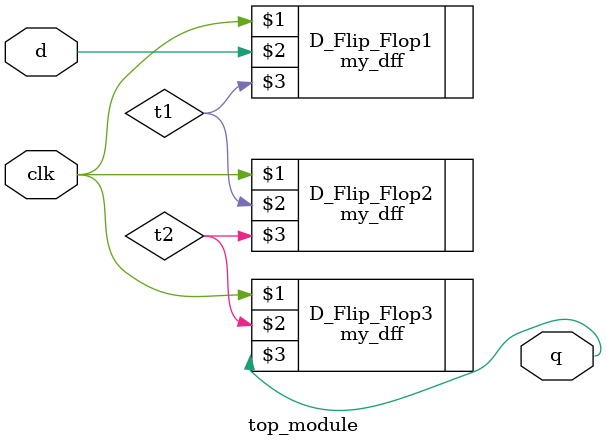
<source format=v>
module top_module(
	input clk,
	input d,
	output q 
);
	wire t1,t2;
	my_dff D_Flip_Flop1(clk,d,t1);
	my_dff D_Flip_Flop2(clk,t1,t2);
	my_dff D_Flip_Flop3(clk,t2,q);
		
endmodule

</source>
